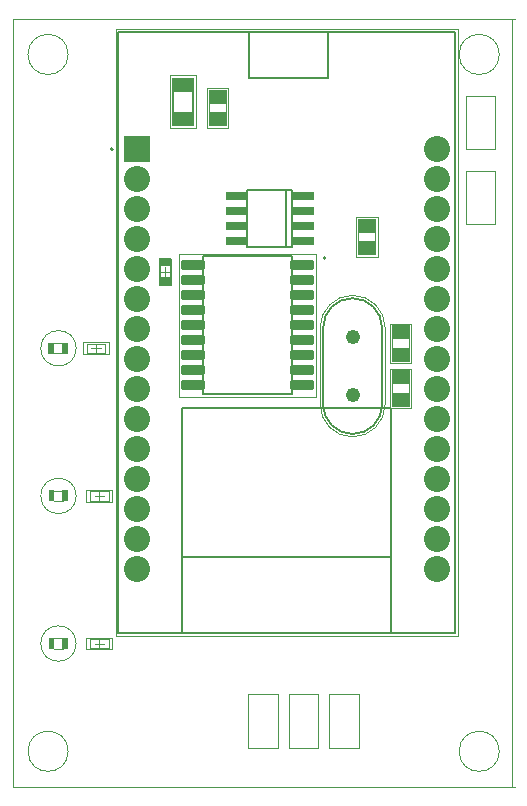
<source format=gbs>
G04*
G04 #@! TF.GenerationSoftware,Altium Limited,Altium Designer,21.0.9 (235)*
G04*
G04 Layer_Color=16711935*
%FSLAX25Y25*%
%MOIN*%
G70*
G04*
G04 #@! TF.SameCoordinates,A9A079C1-7CC1-46CE-92A7-F05A66FF1BB4*
G04*
G04*
G04 #@! TF.FilePolarity,Negative*
G04*
G01*
G75*
%ADD10C,0.00787*%
%ADD12C,0.00500*%
%ADD13C,0.00050*%
%ADD14C,0.00000*%
%ADD15C,0.00394*%
%ADD16C,0.00800*%
%ADD17C,0.00400*%
%ADD18C,0.00197*%
%ADD19C,0.00201*%
%ADD26C,0.08674*%
%ADD27C,0.04765*%
%ADD28R,0.08674X0.08674*%
%ADD47R,0.07572X0.04934*%
%ADD48R,0.07690X0.03162*%
%ADD49R,0.06300X0.04800*%
G04:AMPARAMS|DCode=50|XSize=83.2mil|YSize=31.62mil|CornerRadius=6.95mil|HoleSize=0mil|Usage=FLASHONLY|Rotation=180.000|XOffset=0mil|YOffset=0mil|HoleType=Round|Shape=RoundedRectangle|*
%AMROUNDEDRECTD50*
21,1,0.08320,0.01772,0,0,180.0*
21,1,0.06929,0.03162,0,0,180.0*
1,1,0.01391,-0.03465,0.00886*
1,1,0.01391,0.03465,0.00886*
1,1,0.01391,0.03465,-0.00886*
1,1,0.01391,-0.03465,-0.00886*
%
%ADD50ROUNDEDRECTD50*%
%ADD51R,0.03937X0.03150*%
G36*
X97966Y-60062D02*
X93635D01*
Y-58132D01*
X97966D01*
Y-60062D01*
D02*
G37*
G36*
X77887D02*
X73556D01*
Y-58132D01*
X77887D01*
Y-60062D01*
D02*
G37*
G36*
X97966Y-65062D02*
X93635D01*
Y-63132D01*
X97966D01*
Y-65062D01*
D02*
G37*
G36*
X77887D02*
X73556D01*
Y-63132D01*
X77887D01*
Y-65062D01*
D02*
G37*
G36*
X97966Y-70062D02*
X93635D01*
Y-68132D01*
X97966D01*
Y-70062D01*
D02*
G37*
G36*
X77887D02*
X73556D01*
Y-68132D01*
X77887D01*
Y-70062D01*
D02*
G37*
G36*
X97966Y-75062D02*
X93635D01*
Y-73132D01*
X97966D01*
Y-75062D01*
D02*
G37*
G36*
X77887D02*
X73556D01*
Y-73132D01*
X77887D01*
Y-75062D01*
D02*
G37*
G36*
X18522Y-111612D02*
X16555D01*
Y-107868D01*
X18522D01*
Y-111612D01*
D02*
G37*
G36*
X13922Y-111613D02*
X11945D01*
Y-107868D01*
X13922D01*
Y-111613D01*
D02*
G37*
G36*
X18539Y-160825D02*
X16573D01*
Y-157081D01*
X18539D01*
Y-160825D01*
D02*
G37*
G36*
X13939Y-160826D02*
X11963D01*
Y-157081D01*
X13939D01*
Y-160826D01*
D02*
G37*
G36*
X18532Y-210037D02*
X16566D01*
Y-206294D01*
X18532D01*
Y-210037D01*
D02*
G37*
G36*
X13932Y-210038D02*
X11956D01*
Y-206294D01*
X13932D01*
Y-210038D01*
D02*
G37*
D10*
X33429Y-43417D02*
G03*
X33429Y-43417I-394J0D01*
G01*
X104383Y-79735D02*
G03*
X104383Y-79735I-394J0D01*
G01*
D12*
X103480Y-128492D02*
G03*
X113323Y-138335I9843J0D01*
G01*
D02*
G03*
X123165Y-128492I0J9843D01*
G01*
X113323Y-93059D02*
G03*
X103480Y-102902I0J-9843D01*
G01*
X123165D02*
G03*
X113323Y-93059I-9843J0D01*
G01*
X53476Y-21165D02*
X60169D01*
X53476Y-33999D02*
Y-21165D01*
Y-33999D02*
X60169D01*
Y-21165D01*
X103480Y-128492D02*
Y-102902D01*
X123165Y-128492D02*
Y-102902D01*
X35280Y-4205D02*
X78858D01*
X105280D01*
X147524D01*
X35280Y-204795D02*
Y-4205D01*
X147524Y-204795D02*
Y-4205D01*
X35280Y-204795D02*
X56421D01*
X126067D01*
X147524D01*
X56421D02*
Y-179244D01*
Y-129520D01*
X126067D01*
Y-179244D02*
Y-129520D01*
Y-204795D02*
Y-179244D01*
X56421D02*
X126067D01*
X105280Y-19520D02*
Y-4205D01*
X78858Y-19520D02*
X105280D01*
X78858D02*
Y-4205D01*
X63360Y-125030D02*
Y-79164D01*
X93281Y-125030D02*
Y-79164D01*
X63360Y-125030D02*
X93281D01*
X63360Y-79164D02*
X93281D01*
D13*
X162205Y-244094D02*
G03*
X162205Y-244094I-6693J0D01*
G01*
X18504Y-11811D02*
G03*
X18504Y-11811I-6693J0D01*
G01*
X21176Y-109759D02*
G03*
X21176Y-109759I-5906J0D01*
G01*
X162205Y-11811D02*
G03*
X162205Y-11811I-6693J0D01*
G01*
X18504Y-244094D02*
G03*
X18504Y-244094I-6693J0D01*
G01*
X21176Y-158971D02*
G03*
X21176Y-158971I-5906J0D01*
G01*
Y-208184D02*
G03*
X21176Y-208184I-5906J0D01*
G01*
X0Y-255906D02*
X167323D01*
X0Y0D02*
X167323D01*
X166323Y-255906D02*
Y0D01*
X0Y-255906D02*
Y0D01*
Y-255906D02*
Y-98425D01*
D14*
X115200Y-74400D02*
X120800D01*
Y-76900D02*
Y-74400D01*
X115200Y-76900D02*
Y-74400D01*
Y-71000D02*
X120800D01*
X115200D02*
Y-68500D01*
X120800Y-71000D02*
Y-68500D01*
X115200Y-74400D02*
Y-71000D01*
Y-68500D02*
X120800D01*
Y-74400D02*
Y-71000D01*
X115200Y-76900D02*
X120800D01*
X126523Y-109897D02*
X132123D01*
Y-112397D02*
Y-109897D01*
X126523Y-112397D02*
Y-109897D01*
Y-106497D02*
X132123D01*
X126523D02*
Y-103997D01*
X132123Y-106497D02*
Y-103997D01*
X126523Y-109897D02*
Y-106497D01*
Y-103997D02*
X132123D01*
Y-109897D02*
Y-106497D01*
X126523Y-112397D02*
X132123D01*
X126523Y-121497D02*
X132123D01*
X126523D02*
Y-118997D01*
X132123Y-121497D02*
Y-118997D01*
X126523Y-124897D02*
X132123D01*
Y-127397D02*
Y-124897D01*
X126523Y-127397D02*
Y-124897D01*
X132123D02*
Y-121497D01*
X126523Y-127397D02*
X132123D01*
X126523Y-124897D02*
Y-121497D01*
Y-118997D02*
X132123D01*
X65523Y-27997D02*
X71123D01*
X65523D02*
Y-25497D01*
X71123Y-27997D02*
Y-25497D01*
X65523Y-31397D02*
X71123D01*
Y-33897D02*
Y-31397D01*
X65523Y-33897D02*
Y-31397D01*
X71123D02*
Y-27997D01*
X65523Y-33897D02*
X71123D01*
X65523Y-31397D02*
Y-27997D01*
Y-25497D02*
X71123D01*
D15*
X24654Y-111333D02*
X30953D01*
X24654Y-108184D02*
X30953D01*
Y-111333D02*
Y-108184D01*
X24654Y-111333D02*
Y-108184D01*
X25736Y-160555D02*
X32035D01*
X25736Y-157405D02*
X32035D01*
Y-160555D02*
Y-157405D01*
X25736Y-160555D02*
Y-157405D01*
Y-209759D02*
X32035D01*
X25736Y-206609D02*
X32035D01*
Y-209759D02*
Y-206609D01*
X25736Y-209759D02*
Y-206609D01*
X49248Y-87347D02*
Y-81047D01*
X52398Y-87347D02*
Y-81047D01*
X49248D02*
X52398D01*
X49248Y-87347D02*
X52398D01*
X27803Y-111333D02*
Y-108184D01*
X26228Y-109759D02*
X29378D01*
X28886Y-160555D02*
Y-157405D01*
X27311Y-158980D02*
X30461D01*
X28886Y-209759D02*
Y-206609D01*
X27311Y-208184D02*
X30461D01*
X49248Y-84197D02*
X52398D01*
X50823Y-85772D02*
Y-82622D01*
D16*
X91273Y-76046D02*
Y-57148D01*
X78281Y-76046D02*
Y-57148D01*
X91273D01*
X93241D01*
Y-76046D02*
Y-57148D01*
X91273Y-76046D02*
X93241D01*
X78281D02*
X91273D01*
D17*
X13851Y-111408D02*
X16654D01*
X13851Y-108058D02*
X16654D01*
X13862Y-209833D02*
X16665D01*
X13862Y-206483D02*
X16665D01*
X13869Y-160621D02*
X16672D01*
X13869Y-157270D02*
X16672D01*
D18*
X102496Y-128492D02*
G03*
X113323Y-139319I10827J0D01*
G01*
D02*
G03*
X124150Y-128492I0J10827D01*
G01*
X113323Y-92075D02*
G03*
X102496Y-102902I0J-10827D01*
G01*
X124150D02*
G03*
X113323Y-92075I-10827J0D01*
G01*
X23472Y-111727D02*
X32134D01*
X23472Y-107790D02*
X32134D01*
Y-111727D02*
Y-107790D01*
X23472Y-111727D02*
Y-107790D01*
X24555Y-160949D02*
X33217D01*
X24555Y-157012D02*
X33217D01*
Y-160949D02*
Y-157012D01*
X24555Y-160949D02*
Y-157012D01*
Y-210152D02*
X33217D01*
X24555Y-206215D02*
X33217D01*
Y-210152D02*
Y-206215D01*
X24555Y-210152D02*
Y-206215D01*
X52445Y-18783D02*
X61201D01*
X52445Y-36381D02*
Y-18783D01*
Y-36381D02*
X61201D01*
Y-18783D01*
X102496Y-128492D02*
Y-102902D01*
X124150Y-128492D02*
Y-102902D01*
X151079Y-25642D02*
X160921D01*
Y-43358D02*
Y-25642D01*
X151079Y-43358D02*
X160921D01*
X151079D02*
Y-25642D01*
Y-50642D02*
X160921D01*
Y-68358D02*
Y-50642D01*
X151079Y-68358D02*
X160921D01*
X151079D02*
Y-50642D01*
X105579Y-242858D02*
X115421D01*
Y-225142D01*
X105579D02*
X115421D01*
X105579Y-242858D02*
Y-225142D01*
X92079Y-242858D02*
X101921D01*
Y-225142D01*
X92079D02*
X101921D01*
X92079Y-242858D02*
Y-225142D01*
X78579Y-242858D02*
X88421D01*
Y-225142D01*
X78579D02*
X88421D01*
X78579Y-242858D02*
Y-225142D01*
X34295Y-205780D02*
Y-3221D01*
Y-205780D02*
X148508D01*
Y-3221D01*
X34295D02*
X148508D01*
X55427Y-126014D02*
Y-78180D01*
X101214Y-126014D02*
Y-78180D01*
X55427Y-126014D02*
X101214D01*
X55427Y-78180D02*
X101214D01*
X48854Y-88528D02*
Y-79866D01*
X52791Y-88528D02*
Y-79866D01*
X48854D02*
X52791D01*
X48854Y-88528D02*
X52791D01*
D19*
X114496Y-66086D02*
X121622D01*
X114496Y-79275D02*
X121622D01*
X114496D02*
Y-66086D01*
X121622Y-79275D02*
Y-66086D01*
X125819Y-101583D02*
X132945D01*
X125819Y-114772D02*
X132945D01*
X125819D02*
Y-101583D01*
X132945Y-114772D02*
Y-101583D01*
X125701Y-129811D02*
X132827D01*
X125701Y-116622D02*
X132827D01*
Y-129811D02*
Y-116622D01*
X125701Y-129811D02*
Y-116622D01*
X64701Y-36311D02*
X71827D01*
X64701Y-23122D02*
X71827D01*
Y-36311D02*
Y-23122D01*
X64701Y-36311D02*
Y-23122D01*
D26*
X141500Y-123417D02*
D03*
Y-133417D02*
D03*
X41500Y-53417D02*
D03*
Y-63417D02*
D03*
Y-73417D02*
D03*
Y-83417D02*
D03*
Y-93417D02*
D03*
Y-103417D02*
D03*
Y-113417D02*
D03*
Y-123417D02*
D03*
Y-133417D02*
D03*
Y-143417D02*
D03*
Y-153417D02*
D03*
Y-163417D02*
D03*
Y-173417D02*
D03*
Y-183417D02*
D03*
X141500Y-43417D02*
D03*
Y-53417D02*
D03*
Y-63417D02*
D03*
Y-73417D02*
D03*
Y-83417D02*
D03*
Y-93417D02*
D03*
Y-103417D02*
D03*
Y-113417D02*
D03*
Y-143417D02*
D03*
Y-153417D02*
D03*
Y-163417D02*
D03*
Y-173417D02*
D03*
Y-183417D02*
D03*
D27*
X113323Y-106091D02*
D03*
Y-125303D02*
D03*
D28*
X41500Y-43417D02*
D03*
D47*
X56823Y-21834D02*
D03*
Y-33330D02*
D03*
D48*
X74738Y-74097D02*
D03*
Y-69097D02*
D03*
Y-59097D02*
D03*
X96785Y-74097D02*
D03*
Y-69097D02*
D03*
Y-59097D02*
D03*
X74738Y-64097D02*
D03*
X96785D02*
D03*
D49*
X118000Y-76400D02*
D03*
Y-69000D02*
D03*
X129323Y-111897D02*
D03*
Y-104497D02*
D03*
Y-119497D02*
D03*
Y-126897D02*
D03*
X68323Y-25997D02*
D03*
Y-33397D02*
D03*
D50*
X60171Y-82097D02*
D03*
Y-87097D02*
D03*
Y-92097D02*
D03*
Y-97097D02*
D03*
Y-102097D02*
D03*
Y-107097D02*
D03*
Y-112097D02*
D03*
Y-117097D02*
D03*
Y-122097D02*
D03*
X96470D02*
D03*
Y-117097D02*
D03*
Y-112097D02*
D03*
Y-107097D02*
D03*
Y-102097D02*
D03*
Y-97097D02*
D03*
Y-92097D02*
D03*
Y-87097D02*
D03*
Y-82097D02*
D03*
D51*
X50823Y-87347D02*
D03*
Y-81047D02*
D03*
M02*

</source>
